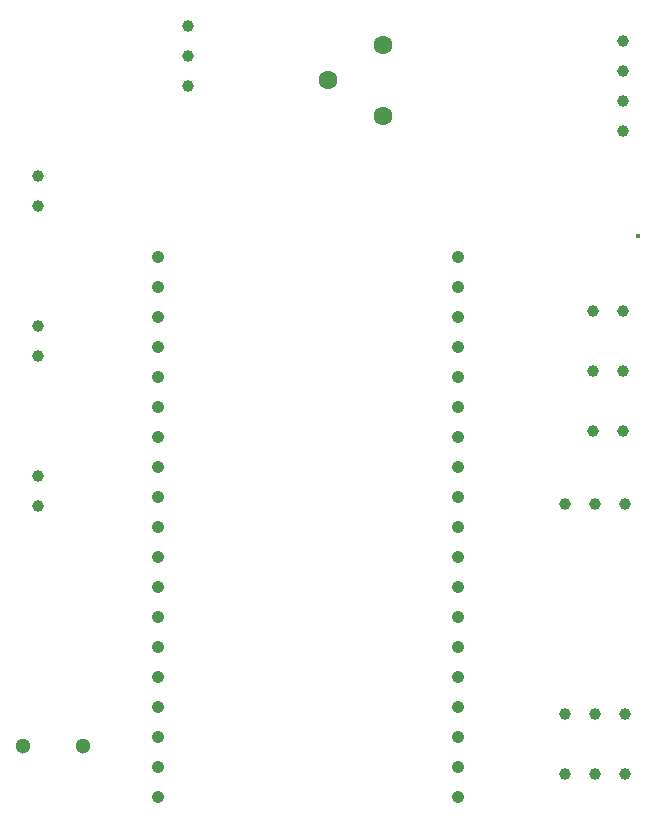
<source format=gbr>
%TF.GenerationSoftware,KiCad,Pcbnew,5.0.1-33cea8e~68~ubuntu18.04.1*%
%TF.CreationDate,2018-11-19T17:19:49-08:00*%
%TF.ProjectId,Bioreactor,42696F72656163746F722E6B69636164,rev?*%
%TF.SameCoordinates,Original*%
%TF.FileFunction,Plated,1,2,PTH,Drill*%
%TF.FilePolarity,Positive*%
%FSLAX46Y46*%
G04 Gerber Fmt 4.6, Leading zero omitted, Abs format (unit mm)*
G04 Created by KiCad (PCBNEW 5.0.1-33cea8e~68~ubuntu18.04.1) date Mon 19 Nov 2018 05:19:49 PM PST*
%MOMM*%
%LPD*%
G01*
G04 APERTURE LIST*
%TA.AperFunction,ViaDrill*%
%ADD10C,0.400000*%
%TD*%
%TA.AperFunction,ComponentDrill*%
%ADD11C,1.000000*%
%TD*%
%TA.AperFunction,ComponentDrill*%
%ADD12C,1.040000*%
%TD*%
%TA.AperFunction,ComponentDrill*%
%ADD13C,1.300000*%
%TD*%
%TA.AperFunction,ComponentDrill*%
%ADD14C,1.600000*%
%TD*%
G04 APERTURE END LIST*
D10*
X232410000Y-90170000D03*
D11*
%TO.C,J7*%
X181610000Y-97790000D03*
X181610000Y-100330000D03*
%TO.C,J2*%
X226202000Y-112893000D03*
X228742000Y-112893000D03*
X231282000Y-112893000D03*
%TO.C,J5*%
X181610000Y-85090000D03*
X181610000Y-87630000D03*
%TO.C,J12*%
X228600000Y-106680000D03*
X231140000Y-106680000D03*
%TO.C,J6*%
X231140000Y-73660000D03*
X231140000Y-76200000D03*
X231140000Y-78740000D03*
X231140000Y-81280000D03*
%TO.C,J11*%
X228600000Y-101600000D03*
X231140000Y-101600000D03*
%TO.C,J9*%
X226202000Y-135753000D03*
X228742000Y-135753000D03*
X231282000Y-135753000D03*
%TO.C,J1*%
X226202000Y-130673000D03*
X228742000Y-130673000D03*
X231282000Y-130673000D03*
%TO.C,J8*%
X181610000Y-110490000D03*
X181610000Y-113030000D03*
%TO.C,J10*%
X228600000Y-96520000D03*
X231140000Y-96520000D03*
%TO.C,U1*%
X194310000Y-72390000D03*
X194310000Y-74930000D03*
X194310000Y-77470000D03*
D12*
%TO.C,U3*%
X191770000Y-92000000D03*
X191770000Y-94540000D03*
X191770000Y-97080000D03*
X191770000Y-99620000D03*
X191770000Y-102160000D03*
X191770000Y-104700000D03*
X191770000Y-107240000D03*
X191770000Y-109780000D03*
X191770000Y-112320000D03*
X191770000Y-114860000D03*
X191770000Y-117400000D03*
X191770000Y-119940000D03*
X191770000Y-122480000D03*
X191770000Y-125020000D03*
X191770000Y-127560000D03*
X191770000Y-130100000D03*
X191770000Y-132640000D03*
X191770000Y-135180000D03*
X191770000Y-137720000D03*
X217170000Y-92000000D03*
X217170000Y-94540000D03*
X217170000Y-97080000D03*
X217170000Y-99620000D03*
X217170000Y-102160000D03*
X217170000Y-104700000D03*
X217170000Y-107240000D03*
X217170000Y-109780000D03*
X217170000Y-112320000D03*
X217170000Y-114860000D03*
X217170000Y-117400000D03*
X217170000Y-119940000D03*
X217170000Y-122480000D03*
X217170000Y-125020000D03*
X217170000Y-127560000D03*
X217170000Y-130100000D03*
X217170000Y-132640000D03*
X217170000Y-135180000D03*
X217170000Y-137720000D03*
D13*
%TO.C,J3*%
X180340000Y-133350000D03*
X185420000Y-133350000D03*
D14*
%TO.C,J4*%
X206120000Y-77010000D03*
X210820000Y-74010000D03*
X210820000Y-80010000D03*
M02*

</source>
